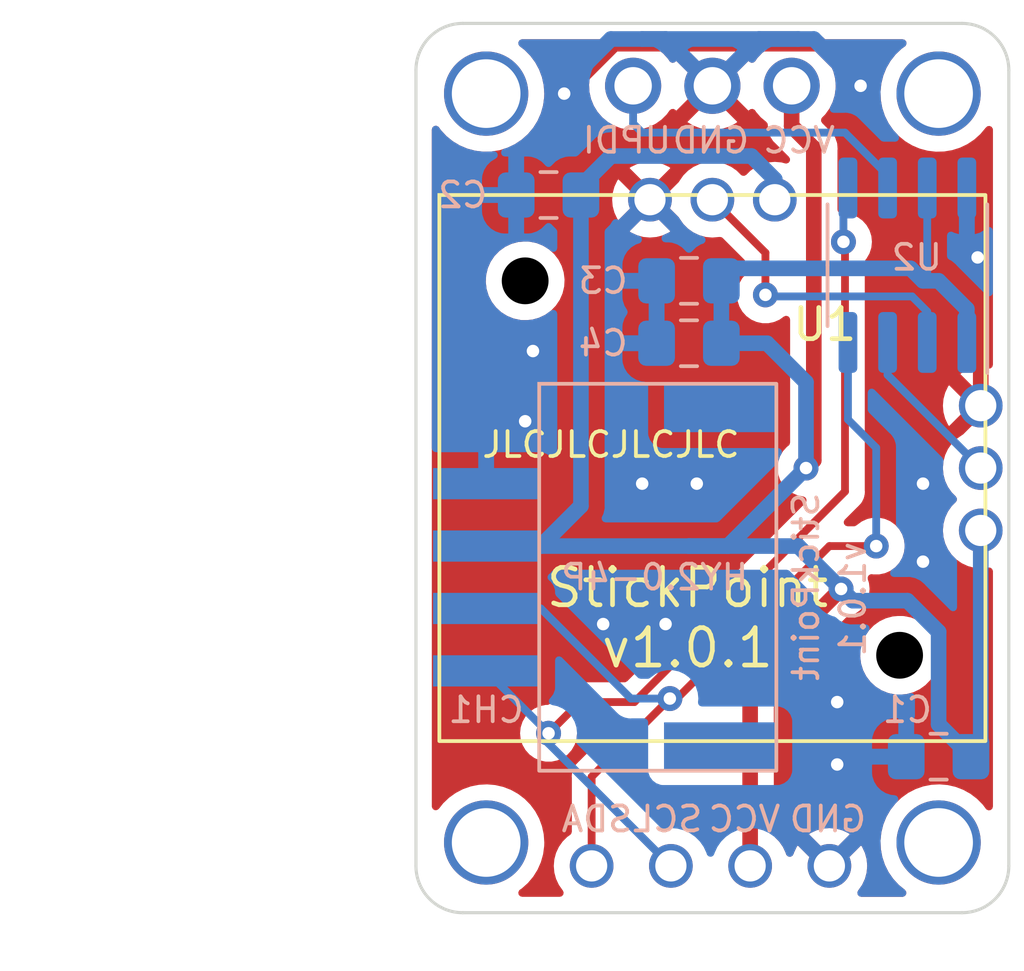
<source format=kicad_pcb>
(kicad_pcb (version 20221018) (generator pcbnew)
  (layers (0 "F.Cu" signal) (31 "B.Cu" signal) (34 "B.Paste" user) (35 "F.Paste" user) (36 "B.SilkS" user "B.Silkscreen") (37 "F.SilkS" user "F.Silkscreen") (38 "B.Mask" user) (39 "F.Mask" user) (44 "Edge.Cuts" user))
  (net 0 "")
  (net 1 "+3.3V")
  (net 2 "GND")
  (net 3 "SCL")
  (net 4 "SDA")
  (net 5 "XOUT")
  (net 6 "YOUT")
  (net 7 "UPDI")
  (footprint "$74th:M2_v2" (layer "F.Cu") (at 77.75 68)
    (fp_text reference "M2" hide)
    (fp_text value "M2_v2" hide)
    (pad "" thru_hole circle (at 0 0) (size 2.7 2.7) (drill 2.2) (layers "*.Cu" "*.Mask"))
  )
  (footprint "$74th:M2_v2" (layer "F.Cu") (at 92.25 68)
    (fp_text reference "M2" hide)
    (fp_text value "M2_v2" hide)
    (pad "" thru_hole circle (at 0 0) (size 2.7 2.7) (drill 2.2) (layers "*.Cu" "*.Mask"))
  )
  (footprint "$74th:JOYSTICK-B10K" (layer "F.Cu") (at 85 80)
    (fp_text reference "U1" (at 3.6 -4.6 unlocked) (layer "F.SilkS"))
    (fp_text value "joystick-b10k")
    (fp_rect (start -8.75 -8.75) (end 8.75 8.75) (stroke (width 0.12)) (fill none) (layer "F.SilkS"))
    (pad "" np_thru_hole circle (at -6 -6 90) (size 1.5 1.5) (drill 1.5) (layers "*.Mask"))
    (pad "" np_thru_hole circle (at 6 6 90) (size 1.5 1.5) (drill 1.5) (layers "*.Mask"))
    (pad "1" thru_hole circle (at 2 -8.6) (size 1.4 1.4) (drill 1) (layers "*.Cu" "*.Mask") (net 1 "+3.3V"))
    (pad "2" thru_hole circle (at 0 -8.6) (size 1.4 1.4) (drill 1) (layers "*.Cu" "*.Mask") (net 5 "XOUT"))
    (pad "3" thru_hole circle (at -2 -8.6) (size 1.4 1.4) (drill 1) (layers "*.Cu" "*.Mask") (net 2 "GND"))
    (pad "4" thru_hole circle (at 8.6 2 90) (size 1.4 1.4) (drill 1) (layers "*.Cu" "*.Mask") (net 1 "+3.3V"))
    (pad "5" thru_hole circle (at 8.6 0 90) (size 1.4 1.4) (drill 1) (layers "*.Cu" "*.Mask") (net 6 "YOUT"))
    (pad "6" thru_hole circle (at 8.6 -2 90) (size 1.4 1.4) (drill 1) (layers "*.Cu" "*.Mask") (net 2 "GND"))
  )
  (footprint "$74th:M2_v2" (layer "F.Cu") (at 77.75 92)
    (fp_text reference "M2" hide)
    (fp_text value "M2_v2" hide)
    (pad "" thru_hole circle (at 0 0) (size 2.7 2.7) (drill 2.2) (layers "*.Cu" "*.Mask"))
  )
  (footprint "$74th:M2_v2" (layer "F.Cu") (at 92.25 92)
    (fp_text reference "M2" hide)
    (fp_text value "M2_v2" hide)
    (pad "" thru_hole circle (at 0 0) (size 2.7 2.7) (drill 2.2) (layers "*.Cu" "*.Mask"))
  )
  (footprint "$74th:Capacitor_0805_2012" (layer "B.Cu") (at 79.75 71.25 180)
    (fp_text reference "C2" (at 2.75 0 180) (layer "B.SilkS") (effects (font (size 0.8 0.8) (thickness 0.12)) (justify mirror)))
    (fp_text value "100n")
    (fp_line (start -0.261252 -0.735) (end 0.261252 -0.735) (stroke (width 0.12)) (layer "B.SilkS"))
    (fp_line (start -0.261252 0.735) (end 0.261252 0.735) (stroke (width 0.12)) (layer "B.SilkS"))
    (pad "1" smd roundrect (at -1.0375 0 180) (size 1.175 1.45) (layers "B.Cu" "B.Paste" "B.Mask") (roundrect_rratio 0.2127659574) (net 1 "+3.3V"))
    (pad "2" smd roundrect (at 1.0375 0 180) (size 1.175 1.45) (layers "B.Cu" "B.Paste" "B.Mask") (roundrect_rratio 0.2127659574) (net 2 "GND"))
  )
  (footprint "$74th:Capacitor_0805_2012" (layer "B.Cu") (at 84.25 74 180)
    (fp_text reference "C3" (at 2.75 0) (layer "B.SilkS") (effects (font (size 0.8 0.8) (thickness 0.12)) (justify mirror)))
    (fp_text value "100n")
    (fp_line (start -0.261252 -0.735) (end 0.261252 -0.735) (stroke (width 0.12)) (layer "B.SilkS"))
    (fp_line (start -0.261252 0.735) (end 0.261252 0.735) (stroke (width 0.12)) (layer "B.SilkS"))
    (pad "1" smd roundrect (at -1.0375 0 180) (size 1.175 1.45) (layers "B.Cu" "B.Paste" "B.Mask") (roundrect_rratio 0.2127659574) (net 1 "+3.3V"))
    (pad "2" smd roundrect (at 1.0375 0 180) (size 1.175 1.45) (layers "B.Cu" "B.Paste" "B.Mask") (roundrect_rratio 0.2127659574) (net 2 "GND"))
  )
  (footprint "$74th:Capacitor_0805_2012" (layer "B.Cu") (at 84.25 76 180)
    (fp_text reference "C4" (at 2.75 0) (layer "B.SilkS") (effects (font (size 0.8 0.8) (thickness 0.12)) (justify mirror)))
    (fp_text value "1u")
    (fp_line (start -0.261252 -0.735) (end 0.261252 -0.735) (stroke (width 0.12)) (layer "B.SilkS"))
    (fp_line (start -0.261252 0.735) (end 0.261252 0.735) (stroke (width 0.12)) (layer "B.SilkS"))
    (pad "1" smd roundrect (at -1.0375 0 180) (size 1.175 1.45) (layers "B.Cu" "B.Paste" "B.Mask") (roundrect_rratio 0.2127659574) (net 1 "+3.3V"))
    (pad "2" smd roundrect (at 1.0375 0 180) (size 1.175 1.45) (layers "B.Cu" "B.Paste" "B.Mask") (roundrect_rratio 0.2127659574) (net 2 "GND"))
  )
  (footprint "$74th:UPDI" (layer "B.Cu") (at 85 67.75 90)
    (fp_text reference "CH2" hide)
    (fp_text value "UPDI")
    (fp_text user "UPDI" (at -1.75 -1.25 unlocked) (layer "B.SilkS") (effects (font (size 0.8 0.8) (thickness 0.12)) (justify left mirror)))
    (fp_text user "GND" (at -1.75 1.25 unlocked) (layer "B.SilkS") (effects (font (size 0.8 0.8) (thickness 0.12)) (justify left mirror)))
    (fp_text user "VCC" (at -1.75 4 unlocked) (layer "B.SilkS") (effects (font (size 0.8 0.8) (thickness 0.12)) (justify left mirror)))
    (pad "1" thru_hole circle (at 0 2.54 90) (size 1.8 1.8) (drill 1.2) (layers "*.Cu" "*.Mask") (net 1 "+3.3V"))
    (pad "2" thru_hole circle (at 0 0 90) (size 1.8 1.8) (drill 1.2) (layers "*.Cu" "*.Mask") (net 2 "GND"))
    (pad "3" thru_hole circle (at 0 -2.54 90) (size 1.8 1.8) (drill 1.2) (layers "*.Cu" "*.Mask") (net 7 "UPDI"))
  )
  (footprint "$74th:HY2.0_Socket_SMD_4Pin" (layer "B.Cu") (at 77.75 83.5 -90)
    (fp_text reference "CH1" (at 4.25 0 unlocked) (layer "B.SilkS") (effects (font (size 0.8 0.8) (thickness 0.12)) (justify mirror)))
    (fp_text value "I2C_Grove")
    (fp_text user "HY2.0-4P" (at 0 -5.4 unlocked) (layer "B.SilkS") (effects (font (size 0.8 0.8) (thickness 0.12)) (justify mirror)))
    (fp_rect (start -6.2 -1.7) (end 6.2 -9.3) (stroke (width 0.12)) (fill none) (layer "B.SilkS"))
    (pad "" smd rect (at -5.4 -7.5 90) (size 1.5 3.6) (layers "B.Cu" "B.Paste" "B.Mask"))
    (pad "" smd rect (at 5.4 -7.5 90) (size 1.5 3.6) (layers "B.Cu" "B.Paste" "B.Mask"))
    (pad "1" smd rect (at 3 0 90) (size 1 3.4) (layers "B.Cu" "B.Paste" "B.Mask") (net 3 "SCL"))
    (pad "2" smd rect (at 1 0 90) (size 1 3.4) (layers "B.Cu" "B.Paste" "B.Mask") (net 4 "SDA"))
    (pad "3" smd rect (at -1 0 90) (size 1 3.4) (layers "B.Cu" "B.Paste" "B.Mask") (net 1 "+3.3V"))
    (pad "4" smd rect (at -3 0 90) (size 1 3.4) (layers "B.Cu" "B.Paste" "B.Mask") (net 2 "GND"))
  )
  (footprint "$74th:Capacitor_0805_2012" (layer "B.Cu") (at 92.25 89.25 180)
    (fp_text reference "C1" (at 1 1.5 180) (layer "B.SilkS") (effects (font (size 0.8 0.8) (thickness 0.12)) (justify mirror)))
    (fp_text value "100n")
    (fp_line (start -0.261252 -0.735) (end 0.261252 -0.735) (stroke (width 0.12)) (layer "B.SilkS"))
    (fp_line (start -0.261252 0.735) (end 0.261252 0.735) (stroke (width 0.12)) (layer "B.SilkS"))
    (pad "1" smd roundrect (at -1.0375 0 180) (size 1.175 1.45) (layers "B.Cu" "B.Paste" "B.Mask") (roundrect_rratio 0.2127659574) (net 1 "+3.3V"))
    (pad "2" smd roundrect (at 1.0375 0 180) (size 1.175 1.45) (layers "B.Cu" "B.Paste" "B.Mask") (roundrect_rratio 0.2127659574) (net 2 "GND"))
  )
  (footprint "Package_SO:SOIC-8_3.9x4.9mm_P1.27mm" (layer "B.Cu") (at 91.25 73.5 90)
    (fp_text reference "U2" (at 0.25 0.3) (layer "B.SilkS") (effects (font (size 0.8 0.8) (thickness 0.12)) (justify mirror)))
    (fp_text value "ATtiny202-SS")
    (fp_line (start 0 -2.56) (end -1.95 -2.56) (stroke (width 0.12)) (layer "B.SilkS"))
    (fp_line (start 0 -2.56) (end 1.95 -2.56) (stroke (width 0.12)) (layer "B.SilkS"))
    (fp_line (start 0 2.56) (end -3.45 2.56) (stroke (width 0.12)) (layer "B.SilkS"))
    (fp_line (start 0 2.56) (end 1.95 2.56) (stroke (width 0.12)) (layer "B.SilkS"))
    (pad "1" smd roundrect (at -2.475 1.905 90) (size 1.95 0.6) (layers "B.Cu" "B.Paste" "B.Mask") (net 1 "+3.3V"))
    (pad "2" smd roundrect (at -2.475 0.635 90) (size 1.95 0.6) (layers "B.Cu" "B.Paste" "B.Mask") (net 5 "XOUT"))
    (pad "3" smd roundrect (at -2.475 -0.635 90) (size 1.95 0.6) (layers "B.Cu" "B.Paste" "B.Mask") (net 6 "YOUT"))
    (pad "4" smd roundrect (at -2.475 -1.905 90) (size 1.95 0.6) (layers "B.Cu" "B.Paste" "B.Mask") (net 4 "SDA"))
    (pad "5" smd roundrect (at 2.475 -1.905 90) (size 1.95 0.6) (layers "B.Cu" "B.Paste" "B.Mask") (net 3 "SCL"))
    (pad "6" smd roundrect (at 2.475 -0.635 90) (size 1.95 0.6) (layers "B.Cu" "B.Paste" "B.Mask") (net 7 "UPDI"))
    (pad "7" smd roundrect (at 2.475 0.635 90) (size 1.95 0.6) (layers "B.Cu" "B.Paste" "B.Mask") (net 1 "+3.3V"))
    (pad "8" smd roundrect (at 2.475 1.905 90) (size 1.95 0.6) (layers "B.Cu" "B.Paste" "B.Mask") (net 2 "GND"))
  )
  (footprint "$74th:I2C_Breakout" (layer "B.Cu") (at 88.75 92.75 90)
    (fp_text reference "CH3" hide)
    (fp_text value "I2C_Breakout")
    (fp_text user "VCC" (at 1.5 -1.5 unlocked) (layer "B.SilkS") (effects (font (size 0.8 0.8) (thickness 0.12)) (justify left mirror)))
    (fp_text user "SCL" (at 1.5 -4 unlocked) (layer "B.SilkS") (effects (font (size 0.8 0.8) (thickness 0.12)) (justify left mirror)))
    (fp_text user "GND" (at 1.5 1.25 unlocked) (layer "B.SilkS") (effects (font (size 0.8 0.8) (thickness 0.12)) (justify left mirror)))
    (fp_text user "SDA" (at 1.5 -6.25 unlocked) (layer "B.SilkS") (effects (font (size 0.8 0.8) (thickness 0.12)) (justify left mirror)))
    (pad "1" thru_hole circle (at 0 0 90) (size 1.4 1.4) (drill 1) (layers "*.Cu" "*.Mask") (net 2 "GND"))
    (pad "2" thru_hole circle (at 0 -2.54 90) (size 1.4 1.4) (drill 1) (layers "*.Cu" "*.Mask") (net 1 "+3.3V"))
    (pad "3" thru_hole circle (at 0 -5.08 90) (size 1.4 1.4) (drill 1) (layers "*.Cu" "*.Mask") (net 3 "SCL"))
    (pad "4" thru_hole circle (at 0 -7.62 90) (size 1.4 1.4) (drill 1) (layers "*.Cu" "*.Mask") (net 4 "SDA"))
  )
  (gr_line (start 75.5 92.75) (end 75.5 67.25) (stroke (width 0.1)) (layer "Edge.Cuts"))
  (gr_line (start 77 65.75) (end 93 65.75) (stroke (width 0.1)) (layer "Edge.Cuts"))
  (gr_arc (start 94.5 92.75) (mid 94.06066 93.81066) (end 93 94.25) (stroke (width 0.1)) (layer "Edge.Cuts"))
  (gr_line (start 94.5 67.25) (end 94.5 92.75) (stroke (width 0.1)) (layer "Edge.Cuts"))
  (gr_arc (start 75.5 67.25) (mid 75.93934 66.18934) (end 77 65.75) (stroke (width 0.1)) (layer "Edge.Cuts"))
  (gr_line (start 93 94.25) (end 77 94.25) (stroke (width 0.1)) (layer "Edge.Cuts"))
  (gr_arc (start 93 65.75) (mid 94.06066 66.18934) (end 94.5 67.25) (stroke (width 0.1)) (layer "Edge.Cuts"))
  (gr_arc (start 77 94.25) (mid 75.93934 93.81066) (end 75.5 92.75) (stroke (width 0.1)) (layer "Edge.Cuts"))
  (gr_text "v1.0.1" (at 89.5 84.2 90) (layer "B.SilkS") (effects (font (size 0.8 0.8) (thickness 0.12)) (justify mirror)))
  (gr_text "StickPoint" (at 88 83.8 90) (layer "B.SilkS") (effects (font (size 0.8 0.8) (thickness 0.12)) (justify mirror)))
  (gr_text "StickPoint\nv1.0.1" (at 84.2 84.8) (layer "F.SilkS") (effects (font (size 1.2 1.2))))
  (gr_text "JLCJLCJLCJLC" (at 81.75 79.25) (layer "F.SilkS") (effects (font (size 0.8 0.8) (thickness 0.12))))
  (segment (start 86.21 86.79) (end 89.125 83.875) (width 0.5) (layer "F.Cu") (net 1))
  (segment (start 86.21 92.75) (end 86.21 86.79) (width 0.5) (layer "F.Cu") (net 1))
  (segment (start 88.25 79.75) (end 88 80) (width 0.5) (layer "F.Cu") (net 1))
  (segment (start 87.54 67.75) (end 87.54 69.04) (width 0.5) (layer "F.Cu") (net 1))
  (segment (start 87.54 69.04) (end 88.25 69.75) (width 0.5) (layer "F.Cu") (net 1))
  (segment (start 88.25 69.75) (end 88.25 79.75) (width 0.5) (layer "F.Cu") (net 1))
  (via (at 88 80) (size 0.8) (drill 0.4) (layers "F.Cu" "B.Cu") (net 1))
  (via (at 89.125 83.875) (size 0.8) (drill 0.4) (layers "F.Cu" "B.Cu") (net 1))
  (segment (start 88 77.25) (end 86.75 76) (width 0.5) (layer "B.Cu") (net 1))
  (segment (start 92.25 88.2125) (end 93.2875 89.25) (width 0.5) (layer "B.Cu") (net 1))
  (segment (start 91.885 71.025) (end 91.885 73.865) (width 0.25) (layer "B.Cu") (net 1))
  (segment (start 87 70.75) (end 87 71.4) (width 0.5) (layer "B.Cu") (net 1))
  (segment (start 84.25 82.5) (end 87.75 82.5) (width 0.5) (layer "B.Cu") (net 1))
  (segment (start 88 82.75) (end 89.125 83.875) (width 0.5) (layer "B.Cu") (net 1))
  (segment (start 85.2875 74) (end 85.2875 76) (width 0.5) (layer "B.Cu") (net 1))
  (segment (start 77.75 82.5) (end 84.25 82.5) (width 0.5) (layer "B.Cu") (net 1))
  (segment (start 85.6875 73.6) (end 91.35 73.6) (width 0.5) (layer "B.Cu") (net 1))
  (segment (start 80.7875 70.9625) (end 81.75 70) (width 0.5) (layer "B.Cu") (net 1))
  (segment (start 85.2875 74) (end 85.6875 73.6) (width 0.5) (layer "B.Cu") (net 1))
  (segment (start 87.75 82.5) (end 88 82.75) (width 0.5) (layer "B.Cu") (net 1))
  (segment (start 93.6 88.9375) (end 93.2875 89.25) (width 0.5) (layer "B.Cu") (net 1))
  (segment (start 93.6 82) (end 93.6 88.9375) (width 0.5) (layer "B.Cu") (net 1))
  (segment (start 91.35 73.6) (end 91.75 74) (width 0.5) (layer "B.Cu") (net 1))
  (segment (start 89.125 83.875) (end 89.5 84.25) (width 0.5) (layer "B.Cu") (net 1))
  (segment (start 86.25 70) (end 87 70.75) (width 0.5) (layer "B.Cu") (net 1))
  (segment (start 79.5 82.5) (end 77.75 82.5) (width 0.5) (layer "B.Cu") (net 1))
  (segment (start 93.155 74.905) (end 92.25 74) (width 0.5) (layer "B.Cu") (net 1))
  (segment (start 92.25 74) (end 91.75 74) (width 0.5) (layer "B.Cu") (net 1))
  (segment (start 80.7875 71.25) (end 80.7875 70.9625) (width 0.5) (layer "B.Cu") (net 1))
  (segment (start 92.25 85.25) (end 92.25 88.2125) (width 0.5) (layer "B.Cu") (net 1))
  (segment (start 81.75 70) (end 86.25 70) (width 0.5) (layer "B.Cu") (net 1))
  (segment (start 86.75 76) (end 85.2875 76) (width 0.5) (layer "B.Cu") (net 1))
  (segment (start 85.5 82.5) (end 84.25 82.5) (width 0.5) (layer "B.Cu") (net 1))
  (segment (start 80.7875 81.2125) (end 80.7875 71.25) (width 0.5) (layer "B.Cu") (net 1))
  (segment (start 91.25 84.25) (end 92.25 85.25) (width 0.5) (layer "B.Cu") (net 1))
  (segment (start 88 80) (end 85.5 82.5) (width 0.5) (layer "B.Cu") (net 1))
  (segment (start 89.5 84.25) (end 91.25 84.25) (width 0.5) (layer "B.Cu") (net 1))
  (segment (start 80.7875 81.2125) (end 79.5 82.5) (width 0.5) (layer "B.Cu") (net 1))
  (segment (start 91.885 73.865) (end 91.75 74) (width 0.25) (layer "B.Cu") (net 1))
  (segment (start 93.155 75.975) (end 93.155 74.905) (width 0.5) (layer "B.Cu") (net 1))
  (segment (start 88 80) (end 88 77.25) (width 0.5) (layer "B.Cu") (net 1))
  (segment (start 93.6 78) (end 93.6 73.35) (width 0.5) (layer "F.Cu") (net 2))
  (segment (start 88.4 66.4) (end 89.75 67.75) (width 0.5) (layer "F.Cu") (net 2))
  (segment (start 93.6 73.35) (end 93.5 73.25) (width 0.5) (layer "F.Cu") (net 2))
  (segment (start 81.85 66.4) (end 88.4 66.4) (width 0.5) (layer "F.Cu") (net 2))
  (segment (start 80.25 68) (end 81.85 66.4) (width 0.5) (layer "F.Cu") (net 2))
  (via (at 91.75 83) (size 0.8) (drill 0.4) (layers "F.Cu" "B.Cu") (net 2))
  (via (at 79 78.5) (size 0.8) (drill 0.4) (layers "F.Cu" "B.Cu") (net 2))
  (via (at 93.5 73.25) (size 0.8) (drill 0.4) (layers "F.Cu" "B.Cu") (net 2))
  (via (at 89 89.5) (size 0.8) (drill 0.4) (layers "F.Cu" "B.Cu") (net 2))
  (via (at 89 87.5) (size 0.8) (drill 0.4) (layers "F.Cu" "B.Cu") (net 2))
  (via (at 81.5 85) (size 0.8) (drill 0.4) (layers "F.Cu" "B.Cu") (net 2))
  (via (at 89.75 67.75) (size 0.8) (drill 0.4) (layers "F.Cu" "B.Cu") (net 2))
  (via (at 83.5 85) (size 0.8) (drill 0.4) (layers "F.Cu" "B.Cu") (net 2))
  (via (at 91.75 80.5) (size 0.8) (drill 0.4) (layers "F.Cu" "B.Cu") (net 2))
  (via (at 80.25 68) (size 0.8) (drill 0.4) (layers "F.Cu" "B.Cu") (net 2))
  (via (at 84.5 80.5) (size 0.8) (drill 0.4) (layers "F.Cu" "B.Cu") (net 2))
  (via (at 82.75 80.5) (size 0.8) (drill 0.4) (layers "F.Cu" "B.Cu") (net 2))
  (via (at 79.25 76.25) (size 0.8) (drill 0.4) (layers "F.Cu" "B.Cu") (net 2))
  (segment (start 85 67.75) (end 86.5 66.25) (width 0.5) (layer "B.Cu") (net 2))
  (segment (start 82.75 66.25) (end 87.75 66.25) (width 0.5) (layer "B.Cu") (net 2))
  (segment (start 87.75 66.25) (end 88.25 66.25) (width 0.5) (layer "B.Cu") (net 2))
  (segment (start 86.5 66.25) (end 87.75 66.25) (width 0.5) (layer "B.Cu") (net 2))
  (segment (start 80.25 67.75) (end 80.25 68) (width 0.5) (layer "B.Cu") (net 2))
  (segment (start 88.25 66.25) (end 89.75 67.75) (width 0.5) (layer "B.Cu") (net 2))
  (segment (start 82.75 66.25) (end 81.75 66.25) (width 0.5) (layer "B.Cu") (net 2))
  (segment (start 83.5 66.25) (end 82.75 66.25) (width 0.5) (layer "B.Cu") (net 2))
  (segment (start 85 67.75) (end 83.5 66.25) (width 0.5) (layer "B.Cu") (net 2))
  (segment (start 81.75 66.25) (end 80.25 67.75) (width 0.5) (layer "B.Cu") (net 2))
  (segment (start 89.25 80.75) (end 82.5 87.5) (width 0.25) (layer "F.Cu") (net 3))
  (segment (start 82.5 87.5) (end 80.75 87.5) (width 0.25) (layer "F.Cu") (net 3))
  (segment (start 80.75 87.5) (end 79.75 88.5) (width 0.25) (layer "F.Cu") (net 3))
  (segment (start 89.25 72.8005) (end 89.25 80.75) (width 0.25) (layer "F.Cu") (net 3))
  (segment (start 89.2 72.7505) (end 89.25 72.8005) (width 0.25) (layer "F.Cu") (net 3))
  (via (at 89.2 72.7505) (size 0.8) (drill 0.4) (layers "F.Cu" "B.Cu") (net 3))
  (via (at 79.75 88.5) (size 0.8) (drill 0.4) (layers "F.Cu" "B.Cu") (net 3))
  (segment (start 79.75 88.83) (end 79.75 88.5) (width 0.25) (layer "B.Cu") (net 3))
  (segment (start 89.2 71.17) (end 89.345 71.025) (width 0.25) (layer "B.Cu") (net 3))
  (segment (start 89.2 72.7505) (end 89.2 71.17) (width 0.25) (layer "B.Cu") (net 3))
  (segment (start 83.67 92.75) (end 79.75 88.83) (width 0.25) (layer "B.Cu") (net 3))
  (segment (start 79.75 88.5) (end 77.75 86.5) (width 0.25) (layer "B.Cu") (net 3))
  (segment (start 88.75 82.5) (end 90.25 82.5) (width 0.25) (layer "F.Cu") (net 4))
  (segment (start 81.13 89.894598) (end 81.13 92.75) (width 0.25) (layer "F.Cu") (net 4))
  (segment (start 83.637299 87.387299) (end 83.862701 87.387299) (width 0.25) (layer "F.Cu") (net 4))
  (segment (start 83.637299 87.387299) (end 81.13 89.894598) (width 0.25) (layer "F.Cu") (net 4))
  (segment (start 83.862701 87.387299) (end 88.75 82.5) (width 0.25) (layer "F.Cu") (net 4))
  (via (at 90.25 82.5) (size 0.8) (drill 0.4) (layers "F.Cu" "B.Cu") (net 4))
  (via (at 83.637299 87.387299) (size 0.8) (drill 0.4) (layers "F.Cu" "B.Cu") (net 4))
  (segment (start 89.345 78.445) (end 89.345 75.975) (width 0.25) (layer "B.Cu") (net 4))
  (segment (start 79.5 84.5) (end 77.75 84.5) (width 0.25) (layer "B.Cu") (net 4))
  (segment (start 83.637299 87.387299) (end 82.387299 87.387299) (width 0.25) (layer "B.Cu") (net 4))
  (segment (start 90.25 82.5) (end 90.25 79.35) (width 0.25) (layer "B.Cu") (net 4))
  (segment (start 82.387299 87.387299) (end 79.5 84.5) (width 0.25) (layer "B.Cu") (net 4))
  (segment (start 90.25 79.35) (end 89.345 78.445) (width 0.25) (layer "B.Cu") (net 4))
  (segment (start 86.7 73.1) (end 85 71.4) (width 0.25) (layer "F.Cu") (net 5))
  (segment (start 86.7 74.4495) (end 86.7 73.1) (width 0.25) (layer "F.Cu") (net 5))
  (via (at 86.7 74.4495) (size 0.8) (drill 0.4) (layers "F.Cu" "B.Cu") (net 5))
  (segment (start 86.7505 74.5) (end 91.4 74.5) (width 0.25) (layer "B.Cu") (net 5))
  (segment (start 91.4 74.5) (end 91.885 74.985) (width 0.25) (layer "B.Cu") (net 5))
  (segment (start 86.7 74.4495) (end 86.7505 74.5) (width 0.25) (layer "B.Cu") (net 5))
  (segment (start 91.885 74.985) (end 91.885 75.975) (width 0.25) (layer "B.Cu") (net 5))
  (segment (start 90.615 77.015) (end 93.6 80) (width 0.25) (layer "B.Cu") (net 6))
  (segment (start 90.5 76.09) (end 90.615 75.975) (width 0.25) (layer "B.Cu") (net 6))
  (segment (start 90.615 75.975) (end 90.615 77.015) (width 0.25) (layer "B.Cu") (net 6))
  (segment (start 89.25 69.25) (end 82.75 69.25) (width 0.25) (layer "B.Cu") (net 7))
  (segment (start 82.46 68.96) (end 82.46 67.75) (width 0.25) (layer "B.Cu") (net 7))
  (segment (start 90.615 71.025) (end 90.615 70.615) (width 0.25) (layer "B.Cu") (net 7))
  (segment (start 90.615 70.615) (end 89.25 69.25) (width 0.25) (layer "B.Cu") (net 7))
  (segment (start 82.75 69.25) (end 82.46 68.96) (width 0.25) (layer "B.Cu") (net 7))
  (zone (net 2) (net_name "GND") (layers "F&B.Cu") (connect_pads (clearance 0.508)) (min_thickness 0.254) (fill yes (thermal_gap 0.508) (thermal_bridge_width 0.508))
    (polygon (pts (xy 95 95) (xy 75 95) (xy 75 65) (xy 95 65)))
  )
)
</source>
